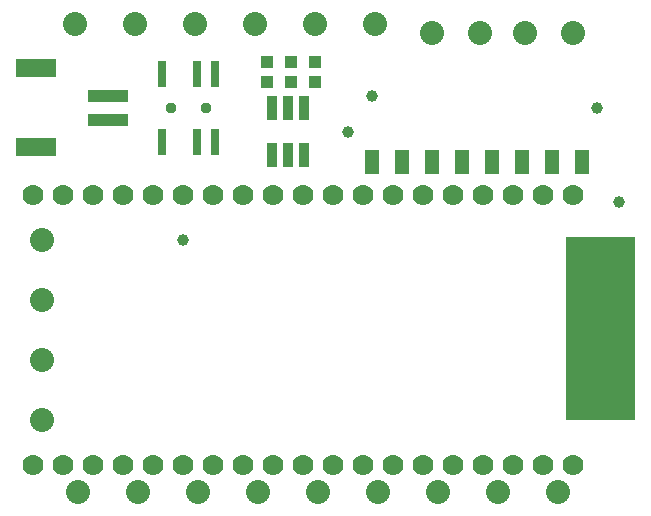
<source format=gts>
G04 Generated by Ultiboard 12.0 *
%FSLAX25Y25*%
%MOIN*%

%ADD10C,0.00001*%
%ADD11C,0.00100*%
%ADD12R,0.05000X0.08000*%
%ADD13C,0.08000*%
%ADD14R,0.03543X0.07874*%
%ADD15R,0.04331X0.04331*%
%ADD16C,0.03937*%
%ADD17C,0.07000*%
%ADD18R,0.13386X0.05906*%
%ADD19R,0.13780X0.04331*%
%ADD20C,0.03701*%
%ADD21R,0.02953X0.08661*%


G04 ColorRGB FF00CC for the following layer *
%LNSolder Mask Top*%
%LPD*%
G54D10*
G54D11*
G36*
X189921Y29834D02*
X189921Y90834D01*
X212921Y90834D01*
X212921Y29834D01*
X189921Y29834D01*
G37*
G54D12*
X125000Y116000D03*
X135000Y116000D03*
X145000Y116000D03*
X155000Y116000D03*
X165000Y116000D03*
X175000Y116000D03*
X185000Y116000D03*
X195000Y116000D03*
G54D13*
X27000Y6000D03*
X47000Y6000D03*
X67000Y6000D03*
X87000Y6000D03*
X107000Y6000D03*
X127000Y6000D03*
X147000Y6000D03*
X167000Y6000D03*
X187000Y6000D03*
X26000Y162000D03*
X46000Y162000D03*
X66000Y162000D03*
X86000Y162000D03*
X106000Y162000D03*
X126000Y162000D03*
X192000Y159000D03*
X176000Y159000D03*
X161000Y159000D03*
X145000Y159000D03*
X203000Y84000D03*
X203000Y68000D03*
X203000Y53000D03*
X203000Y37000D03*
X15000Y30000D03*
X15000Y50000D03*
X15000Y70000D03*
X15000Y90000D03*
G54D14*
X97000Y118126D03*
X91685Y118126D03*
X102315Y118126D03*
X97000Y133874D03*
X91685Y133874D03*
X102315Y133874D03*
G54D15*
X106000Y142654D03*
X106000Y149346D03*
X98000Y142654D03*
X98000Y149346D03*
X90000Y142654D03*
X90000Y149346D03*
G54D16*
X62000Y90000D03*
X207500Y102600D03*
X125000Y138000D03*
X117000Y126000D03*
X200000Y134000D03*
G54D17*
X192000Y105000D03*
X182000Y105000D03*
X172000Y105000D03*
X162000Y105000D03*
X152000Y105000D03*
X142000Y105000D03*
X132000Y105000D03*
X122000Y105000D03*
X112000Y105000D03*
X102000Y105000D03*
X92000Y105000D03*
X82000Y105000D03*
X72000Y105000D03*
X62000Y105000D03*
X52000Y105000D03*
X42000Y105000D03*
X32000Y105000D03*
X22000Y105000D03*
X12000Y105000D03*
X192000Y15000D03*
X182000Y15000D03*
X172000Y15000D03*
X162000Y15000D03*
X152000Y15000D03*
X142000Y15000D03*
X132000Y15000D03*
X122000Y15000D03*
X112000Y15000D03*
X102000Y15000D03*
X92000Y15000D03*
X82000Y15000D03*
X72000Y15000D03*
X62000Y15000D03*
X52000Y15000D03*
X42000Y15000D03*
X32000Y15000D03*
X22000Y15000D03*
X12000Y15000D03*
G54D18*
X13000Y120811D03*
X13000Y147189D03*
G54D19*
X37000Y130063D03*
X37000Y137937D03*
G54D20*
X58094Y134000D03*
X69906Y134000D03*
X58094Y134000D03*
X69906Y134000D03*
G54D21*
X55142Y122681D03*
X72858Y122681D03*
X66953Y122681D03*
X55142Y145319D03*
X72858Y145319D03*
X66953Y145319D03*

M00*

</source>
